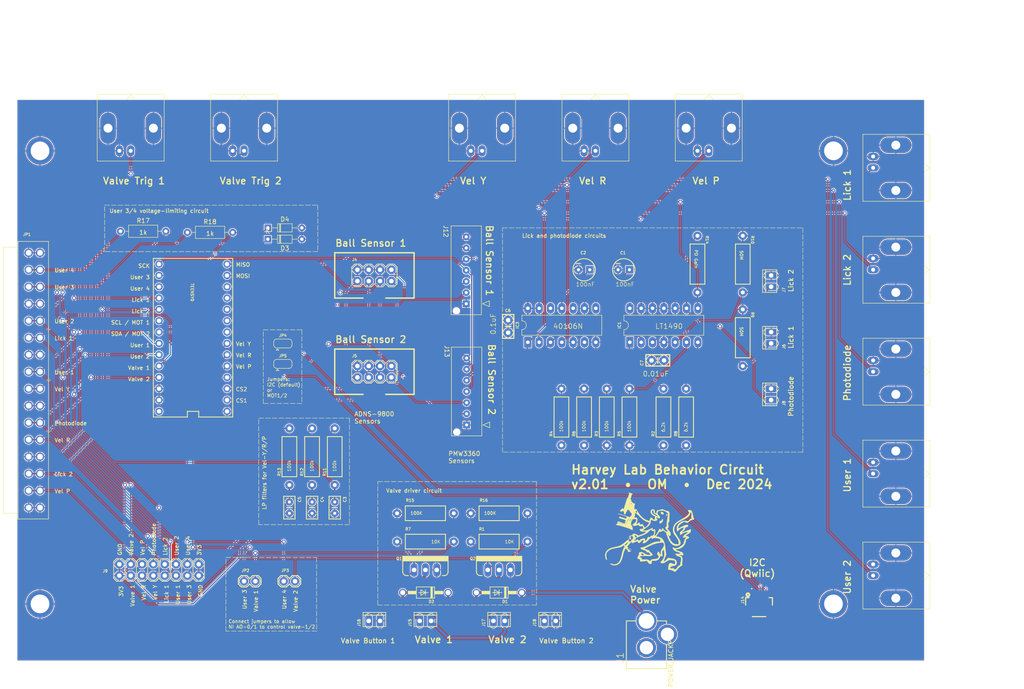
<source format=kicad_pcb>
(kicad_pcb (version 20240108) (generator "pcbnew") (generator_version "8.0")
  (layers (0 "F.Cu" signal) (31 "B.Cu" signal) (34 "B.Paste" user) (35 "F.Paste" user) (36 "B.SilkS" user "B.Silkscreen") (37 "F.SilkS" user "F.Silkscreen") (38 "B.Mask" user) (39 "F.Mask" user) (44 "Edge.Cuts" user))
  (net 0 "")
  (net 1 "GND")
  (net 2 "Net-(C1-+)")
  (net 3 "/VEL_Y")
  (net 4 "/VEL_R")
  (net 5 "/VEL_P")
  (net 6 "+3.3V")
  (net 7 "Net-(Q2-D)")
  (net 8 "V_Sol")
  (net 9 "Net-(Q1-D)")
  (net 10 "/USER_4")
  (net 11 "/SCK")
  (net 12 "/MOSI")
  (net 13 "/MOT1")
  (net 14 "/MISO")
  (net 15 "/CS1")
  (net 16 "/MOT2")
  (net 17 "/CS2")
  (net 18 "/LICK_1_IN")
  (net 19 "/LICK_2_IN")
  (net 20 "Net-(IC1C--IN)")
  (net 21 "/LICK_1")
  (net 22 "/VALVE_2_TRIG")
  (net 23 "/PHOTODIODE")
  (net 24 "/VALVE_1_TRIG")
  (net 25 "/USER_2")
  (net 26 "/USER_3")
  (net 27 "/USER_1")
  (net 28 "/LICK_2")
  (net 29 "/SDA")
  (net 30 "/SCL")
  (net 31 "Net-(Q1-G)")
  (net 32 "Net-(Q2-G)")
  (net 33 "/USER_4_IN")
  (net 34 "/USER_3_IN")
  (net 35 "/SDA-D18")
  (net 36 "/SCL-D19")
  (net 37 "Net-(IC1A-OUT)")
  (net 38 "Net-(IC1A--IN)")
  (net 39 "Net-(IC1B--IN)")
  (net 40 "Net-(IC1B-OUT)")
  (net 41 "Net-(R11-2)")
  (net 42 "Net-(R12-2)")
  (net 43 "Net-(R13-2)")
  (net 51 "Net-(IC3A-I)")
  (footprint "Jumper:SolderJumper-3_P1.3mm_Bridged12_RoundedPad1.0x1.5mm" (layer "F.Cu") (at 87.1809 91.9734)
    (property "Reference" "JP4")
    (property "Value" "SolderJumper_3_Bridged12" (hide yes))
  )
  (footprint "HarveyBehaviorPCB_v2:TO220V" (layer "F.Cu") (at 135.636 142.748)
    (property "Reference" "Q2")
    (property "Value" "N-FET" (hide yes))
  )
  (footprint "Connector_Coaxial:BNC_Amphenol_B6252HB-NPP3G-50_Horizontal" (layer "F.Cu") (at 219.456 144.018 -90)
    (property "Reference" "U$10" (hide yes))
    (property "Value" "BNCPTH" (hide yes))
  )
  (footprint "HarveyBehaviorPCB_v2:2X4" (layer "F.Cu") (at 107.696 76.708)
    (property "Reference" "J4")
    (property "Value" "BALL_1" (hide yes))
  )
  (footprint "HarveyBehaviorPCB_v2:CPOL-RADIAL-10UF-25V" (layer "F.Cu") (at 154.686 75.438)
    (property "Reference" "C2")
    (property "Value" "C_Polarized_US" (hide yes))
  )
  (footprint "HarveyBehaviorPCB_v2:AXIAL-0.5" (layer "F.Cu") (at 190.246 90.678 -90)
    (property "Reference" "R9")
    (property "Value" "50M")
  )
  (footprint "HarveyBehaviorPCB_v2:2X8" (layer "F.Cu") (at 50.546 144.018)
    (property "Reference" "J9")
    (property "Value" "M08X2" (hide yes))
  )
  (footprint "HarveyBehaviorPCB_v2:1X02" (layer "F.Cu") (at 87.376 145.288)
    (property "Reference" "JP3")
    (property "Value" "JUMPER-2PTH" (hide yes))
  )
  (footprint "HarveyBehaviorPCB_v2:SMTSO-256-ET-0.165DIA" (layer "F.Cu") (at 210.566 150.368)
    (property "Reference" "J11" (hide yes))
    (property "Value" "M01SMTSO-256-ET-0.165DIA" (hide yes))
  )
  (footprint "HarveyBehaviorPCB_v2:SMTSO-256-ET-0.165DIA" (layer "F.Cu") (at 32.766 150.368)
    (property "Reference" "J2" (hide yes))
    (property "Value" "M01SMTSO-256-ET-0.165DIA" (hide yes))
  )
  (footprint "HarveyBehaviorPCB_v2:DO41-10" (layer "F.Cu") (at 135.636 147.828 180)
    (property "Reference" "D1")
    (property "Value" "1N4148" (hide yes))
  )
  (footprint "Connector_Coaxial:BNC_Amphenol_B6252HB-NPP3G-50_Horizontal" (layer "F.Cu") (at 157.226 48.768)
    (property "Reference" "U$4" (hide yes))
    (property "Value" "BNCPTH" (hide yes))
  )
  (footprint "HarveyBehaviorPCB_v2:AXIAL-0.5" (layer "F.Cu") (at 88.646 117.348 90)
    (property "Reference" "R13")
    (property "Value" "100k")
  )
  (footprint "HarveyBehaviorPCB_v2:10X02MTA" (layer "F.Cu") (at 147.066 154.178)
    (property "Reference" "J18")
    (property "Value" "Valve 2 Switch" (hide yes))
  )
  (footprint "HarveyBehaviorPCB_v2:TO220V" (layer "F.Cu") (at 119.126 142.748)
    (property "Reference" "Q1")
    (property "Value" "N-FET" (hide yes))
  )
  (footprint "Diode_THT:D_DO-34_SOD68_P7.62mm_Horizontal" (layer "F.Cu") (at 83.815 68.58)
    (property "Reference" "D3")
    (property "Value" "Vz=3V3" (hide yes))
  )
  (footprint "Package_DIP:DIP-14_W7.62mm_LongPads" (layer "F.Cu") (at 164.9349 91.693393 90)
    (property "Reference" "IC1")
    (property "Value" "LT1490A")
  )
  (footprint "HarveyBehaviorPCB_v2:AXIAL-0.5" (layer "F.Cu") (at 93.726 117.348 90)
    (property "Reference" "R12")
    (property "Value" "100k")
  )
  (footprint "HarveyBehaviorPCB_v2:AXIAL-0.5" (layer "F.Cu") (at 98.806 117.348 90)
    (property "Reference" "R11")
    (property "Value" "100k")
  )
  (footprint "HarveyBehaviorPCB_v2:10X02MTA" (layer "F.Cu") (at 119.126 154.178)
    (property "Reference" "J15")
    (property "Value" "Valve 1" (hide yes))
  )
  (footprint "HarveyBehaviorPCB_v2:10X02MTA" (layer "F.Cu") (at 196.596 103.378 90)
    (property "Reference" "J8")
    (property "Value" "Photodiode" (hide yes))
  )
  (footprint "Diode_THT:D_DO-34_SOD68_P7.62mm_Horizontal" (layer "F.Cu") (at 83.815 66.04)
    (property "Reference" "D4")
    (property "Value" "Vz=3V3" (hide yes))
  )
  (footprint "HarveyBehaviorPCB_v2:10X02MTA" (layer "F.Cu") (at 107.696 154.178)
    (property "Reference" "J16")
    (property "Value" "Valve 1 Switch" (hide yes))
  )
  (footprint "SparkFun-Connectors:POWER_JACK_PTH" (layer "F.Cu") (at 168.656 166.878)
    (property "Reference" "J1")
    (property "Value" "POWER_JACKPTH")
  )
  (footprint "HarveyBehaviorPCB_v2:AXIAL-0.5" (layer "F.Cu") (at 149.606 108.458 90)
    (property "Reference" "R4")
    (property "Value" "100k")
  )
  (footprint "Resistor_THT:R_Axial_DIN0207_L6.3mm_D2.5mm_P10.16mm_Horizontal" (layer "F.Cu") (at 50.8 66.802)
    (property "Reference" "R17")
    (property "Value" "1k")
  )
  (footprint "HarveyBehaviorPCB_v2:AXIAL-0.5" (layer "F.Cu") (at 180.086 74.168 -90)
    (property "Reference" "R14")
    (property "Value" "PD Gain")
  )
  (footprint "HarveyBehaviorPCB_v2:CAP-PTH-SMALL2" (layer "F.Cu") (at 88.646 127.508 -90)
    (property "Reference" "C5")
    (property "Value" "0.22uF")
  )
  (footprint "HarveyBehaviorPCB_v2:AXIAL-0.5" (layer "F.Cu") (at 172.466 108.458 90)
    (property "Reference" "R2")
    (property "Value" "6.2k")
  )
  (footprint "HarveyBehaviorPCB_v2:CAP-PTH-SMALL-KIT" (layer "F.Cu") (at 171.196 95.758)
    (property "Reference" "C7" (hide yes))
    (property "Value" "0.01uF" (hide yes))
  )
  (footprint "HarveyBehaviorPCB_v2:2X4" (layer "F.Cu") (at 107.696 98.298)
    (property "Reference" "J5")
    (property "Value" "BALL_2" (hide yes))
  )
  (footprint "HarveyBehaviorPCB_v2:CAP-PTH-SMALL2" (layer "F.Cu") (at 93.726 127.508 -90)
    (property "Reference" "C4")
    (property "Value" "0.22uF")
  )
  (footprint "Connector_Coaxial:BNC_Amphenol_B6252HB-NPP3G-50_Horizontal" (layer "F.Cu") (at 78.486 48.768)
    (property "Reference" "U$2" (hide yes))
    (property "Value" "BNCPTH" (hide yes))
  )
  (footprint "Jumper:SolderJumper-3_P1.3mm_Bridged12_RoundedPad1.0x1.5mm" (layer "F.Cu") (at 87.1809 96.5454)
    (property "Reference" "JP5")
    (property "Value" "SolderJumper_3_Bridged12" (hide yes))
  )
  (footprint "HarveyBehaviorPCB_v2:AXIAL-0.5" (layer "F.Cu") (at 135.636 136.398 180)
    (property "Reference" "R1")
    (property "Value" "10K")
  )
  (footprint "HarveyBehaviorPCB_v2:AXIAL-0.5" (layer "F.Cu") (at 135.636 130.048)
    (property "Reference" "R16")
    (property "Value" "100K")
  )
  (footprint "HarveyBehaviorPCB_v2:AXIAL-0.5" (layer "F.Cu") (at 119.126 130.048)
    (property "Reference" "R15")
    (property "Value" "100K")
  )
  (footprint "HarveyBehaviorPCB_v2:AXIAL-0.5" (layer "F.Cu") (at 164.846 108.458 90)
    (property "Reference" "R5")
    (property "Value" "100k")
  )
  (footprint "HarveyBehaviorPCB_v2:AXIAL-0.5" (layer "F.Cu") (at 154.686 108.458 90)
    (property "Reference" "R6")
    (property "Value" "100k")
  )
  (footprint "HarveyBehaviorPCB_v2:10X02MTA" (layer "F.Cu") (at 135.636 154.178)
    (property "Reference" "J17")
    (property "Value" "Valve 2" (hide yes))
  )
  (footprint "Connector_Coaxial:BNC_Amphenol_B6252HB-NPP3G-50_Horizontal" (layer "F.Cu") (at 53.086 48.768)
    (property "Reference" "U$1" (hide yes))
    (property "Value" "BNCPTH" (hide yes))
  )
  (footprint "HarveyBehaviorPCB_v2:1X16_TERM_BLOCK_0.15_" (layer "F.Cu") (at 32.766 71.628 -90)
    (property "Reference" "JP1")
    (property "Value" "M16")
  )
  (footprint "Connector_Coaxial:BNC_Amphenol_B6252HB-NPP3G-50_Horizontal" (layer "F.Cu") (at 219.456 75.438 -90)
    (property "Reference" "U$7" (hide yes))
    (property "Value" "BNCPTH" (hide yes))
  )
  (footprint "footprints:CON_535170730_MOL" (layer "F.Cu") (at 128.3589 110.236 -90)
    (property "Reference" "J13")
    (property "Value" "Conn_01x07" (hide yes))
  )
  (footprint "HarveyBehaviorPCB_v2:CAP-PTH-SMALL2" (layer "F.Cu") (at 98.806 127.508 -90)
    (property "Reference" "C3")
    (property "Value" "0.22uF")
  )
  (footprint "Connector_Coaxial:BNC_Amphenol_B6252HB-NPP3G-50_Horizontal" (layer "F.Cu") (at 182.626 48.768)
    (property "Reference" "U$3" (hide yes))
    (property "Value" "BNCPTH" (hide yes))
  )
  (footprint "footprints:CON_535170730_MOL" (layer "F.Cu") (at 128.27 83.058 -90)
    (property "Reference" "J12")
    (property "Value" "Conn_01x07" (hide yes))
  )
  (footprint "HarveyBehaviorPCB_v2:10X02MTA" (layer "F.Cu") (at 196.596 77.978 90)
    (property "Reference" "J7")
    (property "Value" "MTA02-100" (hide yes))
  )
  (footprint "HarveyBehaviorPCB_v2:AXIAL-0.5" (layer "F.Cu") (at 177.546 108.458 90)
    (property "Reference" "R8")
    (property "Value" "6.2k")
  )
  (footprint "HarveyBehaviorPCB_v2:10X02MTA" (layer "F.Cu") (at 196.596 90.678 90)
    (property "Reference" "J6")
    (property "Value" "MTA02-100" (hide yes))
  )
  (footprint "HarveyBehaviorPCB_v2:SMTSO-256-ET-0.165DIA" (layer "F.Cu") (at 210.566 48.768)
    (property "Reference" "J10" (hide yes))
    (property "Value" "M01SMTSO-256-ET-0.165DIA" (hide yes))
  )
  (footprint "HarveyBehaviorPCB_v2:CPOL-RADIAL-10UF-25V" (layer "F.Cu") (at 163.576 75.438)
    (property "Reference" "C1")
    (property "Value" "100nF" (hide yes))
  )
  (footprint "HarveyBehaviorPCB_v2:SMTSO-256-ET-0.165DIA" (layer "F.Cu") (at 32.766 48.768)
    (property "Reference" "J3" (hide yes))
    (property "Value" "M01SMTSO-256-ET-0.165DIA" (hide yes))
  )
  (footprint "Connector_Coaxial:BNC_Amphenol_B6252HB-NPP3G-50_Horizontal" (layer "F.Cu") (at 219.456 98.298 -90)
    (property "Reference" "U$8" (hide yes))
    (property "Value" "BNCPTH" (hide yes))
  )
  (footprint "Package_DIP:DIP-14_W7.62mm_LongPads" (layer "F.Cu") (at 142.0749 91.693393 90)
    (property "Reference" "IC3")
    (property "Value" "40106N")
  )
  (footprint "HarveyBehaviorPCB_v2:AXIAL-0.5" (layer "F.Cu") (at 159.766 108.458 90)
    (property "Reference" "R3")
    (property "Value" "100k")
  )
  (footprint "HarveyBehaviorPCB_v2:1X02" (layer "F.Cu") (at 78.486 145.288)
    (property "Reference" "JP2")
    (property "Value" "JUMPER-2PTH" (hide yes))
  )
  (footprint "HarveyBehaviorPCB_v2:DO41-10" (layer "F.Cu") (at 119.126 147.828 180)
    (property "Reference" "D2")
    (property "Value" "1N4148" (hide yes))
  )
  (footprint "HarveyBehaviorPCB_v2:AXIAL-0.5" (layer "F.Cu") (at 190.246 74.168 -90)
    (property "Reference" "R10")
    (property "Value" "50M")
  )
  (footprint "HarveyBehaviorPCB_v2:CAP-PTH-SMALL-KIT" (layer "F.Cu") (at 137.668 88.138 -90)
    (property "Reference" "C6" (hide yes))
    (property "Value" "0.1uF" (hide yes))
  )
  (footprint "Connector_Coaxial:BNC_Amphenol_B6252HB-NPP3G-50_Horizontal" (layer "F.Cu") (at 219.456 121.158 -90)
    (property "Reference" "U$9" (hide yes))
    (property "Value" "BNCPTH" (hide yes))
  )
  (footprint "HarveyBehaviorPCB_v2:AXIAL-0.5" (layer "F.Cu") (at 119.126 136.398 180)
    (property "Reference" "R7")
    (property "Value" "10K")
  )
  (footprint "Connector_Coaxial:BNC_Amphenol_B6252HB-NPP3G-50_Horizontal" (layer "F.Cu") (at 131.826 48.768)
    (property "Reference" "U$5" (hide yes))
    (property "Value" "BNCPTH" (hide yes))
  )
  (footprint "Resistor_THT:R_Axial_DIN0207_L6.3mm_D2.5mm_P10.16mm_Horizontal" (layer "F.Cu") (at 65.786 67.056)
    (property "Reference" "R18")
    (property "Value" "1k")
  )
  (footprint "RIC Global Footprints:RIC_Logo_20mm" (layer "F.Cu") (at 169.3799 134.2644)
    (property "Reference" "G***" (hide yes))
    (property "Value" "LOGO" (hide yes))
  )
  (footprint "Connector_Coaxial:BNC_Amphenol_B6252HB-NPP3G-50_Horizontal" (layer "F.Cu") (at 219.456 52.578 -90)
    (property "Reference" "U$6" (hide yes))
    (property "Value" "BNCPTH" (hide yes))
  )
  (footprint "SparkFun-Connectors:1X04_1MM_RA" (layer "F.Cu") (at 193.8909 148.621115)
    (property "Reference" "J14")
    (property "Value" "I2C_STANDARDQWIIC" (hide yes))
  )
  (footprint "HarveyBehaviorPCB_v2:TEENSY_3.0-3.2&LC_DIL" (layer "F.Cu") (at 67.056 90.678 180)
    (property "Reference" "TEENSY0")
    (property "Value" "TEENSY_3.1-3.2-4.0" (hide yes))
  )
  (gr_rect (start 136.398 66.04) (end 203.708 116.332) (stroke (width 0.1) (type dash)) (fill none) (layer "F.SilkS"))
  (gr_line (start 98.806 81.788) (end 105.156 81.788) (stroke (width 0.3048)) (layer "F.SilkS"))
  (gr_rect (start 82.804 88.9) (end 91.44 105.41) (stroke (width 0.1) (type dash)) (fill none) (layer "F.SilkS"))
  (gr_line (start 116.586 81.788) (end 110.236 81.788) (stroke (width 0.3048)) (layer "F.SilkS"))
  (gr_line (start 116.586 103.378) (end 110.236 103.378) (stroke (width 0.3048)) (layer "F.SilkS"))
  (gr_rect (start 47.244 60.96) (end 94.996 71.374) (stroke (width 0.1) (type dash)) (fill none) (layer "F.SilkS"))
  (gr_line (start 98.806 93.218) (end 116.586 93.218) (stroke (width 0.3048)) (layer "F.SilkS"))
  (gr_line (start 98.806 103.378) (end 105.156 103.378) (stroke (width 0.3048)) (layer "F.SilkS"))
  (gr_rect (start 81.788 108.712) (end 102.108 132.588) (stroke (width 0.1) (type dash)) (fill none) (layer "F.SilkS"))
  (gr_line (start 116.586 71.628) (end 116.586 81.788) (stroke (width 0.3048)) (layer "F.SilkS"))
  (gr_rect (start 108.458 122.936) (end 144.018 150.622) (stroke (width 0.1) (type dash)) (fill none) (layer "F.SilkS"))
  (gr_rect (start 74.422 139.954) (end 94.742 156.464) (stroke (width 0.1) (type dash)) (fill none) (layer "F.SilkS"))
  (gr_line (start 116.586 93.218) (end 116.586 103.378) (stroke (width 0.3048)) (layer "F.SilkS"))
  (gr_line (start 98.806 71.628) (end 116.586 71.628) (stroke (width 0.3048)) (layer "F.SilkS"))
  (gr_line (start 98.806 71.628) (end 98.806 81.788) (stroke (width 0.3048)) (layer "F.SilkS"))
  (gr_line (start 98.806 93.218) (end 98.806 103.378) (stroke (width 0.3048)) (layer "F.SilkS"))
  (gr_line (start 27.686 37.338) (end 27.686 163.068) (stroke (width 0.05)) (layer "Edge.Cuts"))
  (gr_line (start 230.886 163.068) (end 230.886 37.338) (stroke (width 0.05)) (layer "Edge.Cuts"))
  (gr_line (start 230.886 37.338) (end 27.686 37.338) (stroke (width 0.05)) (layer "Edge.Cuts"))
  (gr_line (start 27.686 163.068) (end 230.886 163.068) (stroke (width 0.05)) (layer "Edge.Cuts"))
  (gr_text "Lick 2" (at 53.216386 85.238336 0) (layer "F.SilkS") (effects (font (size 0.8636 0.8636) (thickness 0.1524)) (justify left bottom)))
  (gr_text "Valve\nPower" (at 164.846 150.368 0) (layer "F.SilkS") (effects (font (size 1.5113 1.5113) (thickness 0.2667)) (justify left bottom)))
  (gr_text "Valve 1" (at 53.996336 151.06009 90) (layer "F.SilkS") (effects (font (size 0.8636 0.8636) (thickness 0.1524)) (justify left bottom)))
  (gr_text "User 4" (at 66.421 139.573 90) (layer "F.SilkS") (effects (font (size 0.8636 0.8636) (thickness 0.1524)) (justify left bottom)))
  (gr_text "User 1" (at 35.941 98.933 0) (layer "F.SilkS") (effects (font (size 0.8636 0.8636) (thickness 0.1524)) (justify left bottom)))
  (gr_text "Ball Sensor 2" (at 98.806 91.948 0) (layer "F.SilkS") (effects (font (size 1.5113 1.5113) (thickness 0.2667)) (justify left bottom)))
  (gr_text "Vel Y" (at 76.581 92.583 0) (layer "F.SilkS") (effects (font (size 0.8636 0.8636) (thickness 0.1524)) (justify left bottom)))
  (gr_text "Lick 1" (at 53.216386 82.698336 0) (layer "F.SilkS") (effects (font (size 0.8636 0.8636) (thickness 0.1524)) (justify left bottom)))
  (gr_text "Connect jumpers to allow \nNI AO-0/1 to control valve-1/2" (at 74.93 155.956 0) (layer "F.SilkS") (effects (font (size 0.762 0.762) (thickness 0.127) (bold yes)) (justify left bottom)))
  (gr_text "User 4" (at 52.887395 80.158336 0) (layer "F.SilkS") (effects (font (size 0.8636 0.8636) (thickness 0.1524)) (justify left bottom)))
  (gr_text "Lick and photodiode circuits" (at 140.716 68.326 0) (layer "F.SilkS") (effects (font (size 0.8636 0.8636) (thickness 0.1524)) (justify left bottom)))
  (gr_text "3V3" (at 68.961 139.573 90) (layer "F.SilkS") (effects (font (size 0.8636 0.8636) (thickness 0.1524)) (justify left bottom)))
  (gr_text "Valve 1" (at 81.661 152.273 90) (layer "F.SilkS") (effects (font (size 0.8636 0.8636) (thickness 0.1524)) (justify left bottom)))
  (gr_text "User 1" (at 52.887395 92.858336 0) (layer "F.SilkS") (effects (font (size 0.8636 0.8636) (thickness 0.1524)) (justify left bottom)))
  (gr_text "Vel Y" (at 126.746 56.388 0) (layer "F.SilkS") (effects (font (size 1.5113 1.5113) (thickness 0.2667)) (justify left bottom)))
  (gr_text "User 3" (at 52.887395 77.618336 0) (layer "F.SilkS") (effects (font (size 0.8636 0.8636) (thickness 0.1524)) (justify left bottom)))
  (gr_text "Valve 2" (at 133.096 159.258 0) (layer "F.SilkS") (effects (font (size 1.5113 1.5113) (thickness 0.2667)) (justify left bottom)))
  (gr_text "User 2" (at 35.941 87.503 0) (layer "F.SilkS") (effects (font (size 0.8636 0.8636) (thickness 0.1524)) (justify left bottom)))
  (gr_text "Lick 1" (at 201.676 93.218 90) (layer "F.SilkS") (effects (font (size 1.0795 1.0795) (thickness 0.1905)) (justify left bottom)))
  (gr_text "Valve 1" (at 52.39391 97.938336 0) (layer "F.SilkS") (effects (font (size 0.8636 0.8636) (thickness 0.1524)) (justify left bottom)))
  (gr_text "Vel P" (at 56.261 139.573 90) (layer "F.SilkS") (effects (font (size 0.8636 0.8636) (thickness 0.1524)) (justify left bottom)))
  (gr_text "3V3" (at 51.456336 148.839404 90) (layer "F.SilkS") (effects (font (size 0.8636 0.8636) (thickness 0.1524)) (justify left bottom)))
  (gr_text "Ball Sensor 1" (at 132.588 65.278 -90) (layer "F.SilkS") (effects (font (size 1.5113 1.5113) (thickness 0.2667)) (justify left bottom)))
  (gr_text "Lick 1" (at 214.540338 60.128573 90) (layer "F.SilkS") (effects (font (size 1.5113 1.5113) (thickness 0.2667)) (justify left bottom)))
  (gr_text "Lick 2" (at 35.941 121.793 0) (layer "F.SilkS") (effects (font (size 0.8636 0.8636) (thickness 0.1524)) (justify left bottom)))
  (gr_text "User 4" (at 88.011 151.638 90) (layer "F.SilkS") (effects (font (size 0.8636 0.8636) (thickness 0.1524)) (justify left bottom)))
  (gr_text "PMW3360\nSensors" (at 124.206 118.872 0) (layer "F.SilkS") (effects (font (size 1 1)) (justify left bottom)))
  (gr_text "LT1490" (at 170.561 88.773 0) (layer "F.SilkS") (effects (font (size 1.143 1.143) (thickness 0.127)) (justify left bottom)))
  (gr_text "User 3" (at 79.121 151.638 90) (layer "F.SilkS") (effects (font (size 0.8636 0.8636) (thickness 0.1524)) (justify left bottom)))
  (gr_text "Ball Sensor 1" (at 98.806 70.358 0) (layer "F.SilkS") (effects (font (size 1.5113 1.5113) (thickness 0.2667)) (justify left bottom)))
  (gr_text "Valve Button 1" (at 100.076 159.258 0) (layer "F.SilkS") (effects (font (size 1.0795 1.0795) (thickness 0.1905)) (justify left bottom)))
  (gr_text "Valve driver circuit" (at 110.236 125.476 0) (layer "F.SilkS") (effects (font (size 0.8636 0.8636) (thickness 0.1524)) (justify left bottom)))
  (gr_text "User 3/4 voltage-limiting circuit" (at 48.26 62.738 0) (layer "F.SilkS") (effects (font (size 0.8636 0.8636) (thickness 0.1524)) (justify left bottom)))
  (gr_text "MISO" (at 76.581 74.803 0) (layer "F.SilkS") (effects (font (size 0.8636 0.8636) (thickness 0.1524)) (justify left bottom)))
  (gr_text "Lick 1" (at 61.616336 150.237614 90) (layer "F.SilkS") (effects (font (size 0.8636 0.8636) (thickness 0.1524)) (justify left bottom)))
  (gr_text "Vel R" (at 35.941 114.173 0) (layer "F.SilkS") (effects (font (size 0.8636 0.8636) (thickness 0.1524)) (justify left bottom)))
  (gr_text "Valve 2" (at 90.551 152.273 90) (layer "F.SilkS") (effects (font (size 0.8636 0.8636) (thickness 0.1524)) (justify left bottom)))
  (gr_text "Photodiode" (at 201.676 108.458 90) (layer "F.SilkS") (effects (font (size 1.0795 1.0795) (thickness 0.1905)) (justify left bottom)))
  (gr_text "User 2" (at 52.887395 95.398336 0) (layer "F.SilkS") (effects (font (size 0.8636 0.8636) (thickness 0.1524)) (justify left bottom)))
  (gr_text "Lick 2" (at 201.676 80.518 90) (layer "F.SilkS") (effects (font (size 1.0795 1.0795) (thickness 0.1905)) (justify left bottom)))
  (gr_text "LP filters for Vel-Y/R/P" (at 83.566 129.286 90) (layer "F.SilkS") (effects (font (size 0.8636 0.8636) (thickness 0.1524)) (justify left bottom)))
  (gr_text "Photodiode" (at 214.540338 105.040009 90) (layer "F.SilkS") (effects (font (size 1.5113 1.5113) (thickness 0.2667)) (justify left bottom)))
  (gr_text "100nF" (at 152.781 79.248 0) (layer "F.SilkS") (effects (font (size 0.9144 0.9144) (thickness 0.1016)) (justify left bottom)))
  (gr_text "CS2" (at 76.581 102.743 0) (layer "F.SilkS") (effects (font (size 0.8636 0.8636) (thickness 0.127)) (justify left bottom)))
  (gr_text "0.1uF" (at 135.001 90.043 90) (layer "F.SilkS") (effects (font (size 1.143 1.143) (thickness 0.127)) (justify left bottom)))
  (gr_text "Harvey Lab Behavior Circuit\nv2.01  •  OM  •  Dec 2024" (at 151.5999 124.7394 0) (layer "F.SilkS") (effects (font (size 2.032 2.032) (thickness 0.381)) (justify left bottom)))
  (gr_text "Valve 2" (at 52.39391 100.478336 0) (layer "F.SilkS") (effects (font (size 0.8636 0.8636) (thickness 0.1524)) (justify left bottom)))
  (gr_text "User 1" (at 214.540338 125.474307 90) (layer "F.SilkS") (effects (font (size 1.5113 1.5113) (thickness 0.2667)) (justify left bottom)))
  (gr_text "Valve 2" (at 53.721 139.573 90) (layer "F.SilkS") (effects (font (size 0.8636 0.8636) (thickness 0.1524)) (justify left bottom)))
  (gr_text "GND" (at 51.181 139.573 90) (layer "F.SilkS") (effects (font (size 0.8636 0.8636) (thickness 0.1524)) (justify left bottom)))
  (gr_text "40106N" (at 147.701 88.773 0) (layer "F.SilkS") (effects (font (size 1.143 1.143) (thickness 0.127)) (justify left bottom)))
  (gr_text "Lick 1" (at 35.941 91.313 0) (layer "F.SilkS") (effects (font (size 0.8636 0.8636) (thickness 0.1524)) (justify left bottom)))
  (gr_text "C6" (at 136.906 84.963 0) (layer "F.SilkS") (effects (font (size 0.635 0.635) (thickness 0.127)) (justify left bottom)))
  (gr_text "User 3" (at 66.696336 150.566605 90) (layer "F.SilkS") (effects (font (size 0.8636 0.8636) (thickness 0.1524)) (justify left bottom)))
  (gr_text "ADNS-9800\nSensors" (at 103.124 109.982 0) (layer "F.SilkS") (effects (font (size 1 1)) (justify left bottom)))
  (gr_text "Jumpers:\nI2C (default)\nor\nMOT1/2" (at 83.554307 104.109439 0) (layer "F.SilkS") (effects (font (size 0.762 0.762) (thickness 0.127) (bold yes)) (justify left bottom)))
  (gr_text "100nF" (at 161.671 79.248 0) (layer "F.SilkS") (effects (font (size 0.9144 0.9144) (thickness 0.1016)) (justify left bottom)))
  (gr_text "C7" (at 168.021 97.028 90) (layer "F.SilkS") (effects (font (size 0.635 0.635) (thickness 0.127) (bold yes)) (justify left bottom)))
  (gr_text "Vel R" (at 153.416 56.388 0) (layer "F.SilkS") (effects (font (size 1.5113 1.5113) (thickness 0.2667)) (justify left bottom)))
  (gr_text "SCK" (at 54.696844 75.078336 0) (layer "F.SilkS") (effects (font (size 0.8636 0.8636) (thickness 0.1524)) (justify left bottom)))
  (gr_text "Vel P" (at 35.941 125.603 0) (layer "F.SilkS") (effects (font (size 0.8636 0.8636) (thickness 0.1524)) (justify left bottom)))
  (gr_text "GND" (at 69.236336 148.839404 90) (layer "F.SilkS") (effects (font (size 0.8636 0.8636) (thickness 0.1524)) (justify left bottom)))
  (gr_text "User 1" (at 64.156336 150.566605 90) (layer "F.SilkS") (effects (font (size 0.8636 0.8636) (thickness 0.1524)) (justify left bottom)))
  (gr_text "User 2" (at 214.540338 148.334307 90) (layer "F.SilkS") (effects (font (size 1.5113 1.5113) (thickness 0.2667)) (justify left bottom)))
  (gr_text "Vel P" (at 178.816 56.388 0) (layer "F.SilkS") (effects (font (size 1.5113 1.5113) (thickness 0.2667)) (justify left bottom)))
  (gr_text "User 4" (at 35.941 76.073 0) (layer "F.SilkS") (effects (font (size 0.8636 0.8636) (thickness 0.1524)) (justify left bottom)))
  (gr_text "Photodiode" (at 35.941 110.363 0) (layer "F.SilkS") (effects (font (size 0.8636 0.8636) (thickness 0.1524)) (justify left bottom)))
  (gr_text "Vel R" (at 56.536336 149.661881 90) (layer "F.SilkS") (effects (font (size 0.8636 0.8636) (thickness 0.1524)) (justify left bottom)))
  (gr_text "Vel P" (at 76.581 97.663 0) (layer "F.SilkS") (effects (font (size 0.8636 0.8636) (thickness 0.1524)) (justify left bottom)))
  (gr_text "User 2" (at 63.881 139.573 90) (layer "F.SilkS") (effects (font (size 0.8636 0.8636) (thickness 0.1524)) (justify left bottom)))
  (gr_text "SCL / MOT 1" (at 48.6029 87.778336 0) (layer "F.SilkS") (effects (font (size 0.8636 0.8636) (thickness 0.1524)) (justify left bottom)))
  (gr_text "Valve Button 2" (at 144.526 159.258 0) (layer "F.SilkS") (effects (font (size 1.0795 1.0795) (thickness 0.1905)) (justify left bottom)))
  (gr_text "Lick 2" (at 214.540338 79.178573 90) (layer "F.SilkS") (effects (font (size 1.5113 1.5113) (thickness 0.2667)) (justify left bottom)))
  (gr_text "Ball Sensor 2" (at 133.096 91.948 -90) (layer "F.SilkS") (effects (font (size 1.5113 1.5113) (thickness 0.2667)) (justify left bottom)))
  (gr_text "Valve Trig 1" (at 46.736 56.388 0) (layer "F.SilkS") (effects (font (size 1.5113 1.5113) (thickness 0.2667)) (justify left bottom)))
  (gr_text "Vel Y" (at 59.076336 149.53851 90) (layer "F.SilkS") (effects (font (size 0.8636 0.8636) (thickness 0.1524)) (justify left bottom)))
  (gr_text "Valve Trig 2" (at 72.898 56.388 0) (layer "F.SilkS") (effects (font (size 1.5113 1.5113) (thickness 0.2667)) (justify left bottom)))
  (gr_text "I2C\n(Qwiic)" (at 193.5099 144.4244 0) (layer "F.SilkS") (effects (font (size 1.5113 1.5113) (thickness 0.2667)) (justify bottom)))
  (gr_text "Vel Y" (at 35.941 102.743 0) (layer "F.SilkS") (effects (font (size 0.8636 0.8636) (thickness 0.1524)) (justify left bottom)))
  (gr_text "0.01uF" (at 167.759744 99.44608 0) (layer "F.SilkS") (effects (font (size 1.143 1.143) (thickness 0.127)) (justify left bottom)))
  (gr_text "CS1" (at 76.581 105.283 0) (layer "F.SilkS") (effects (font (size 0.8636 0.8636) (thickness 0.127)) (justify left bottom)))
  (gr_text "Valve 1" (at 116.586 159.258 0) (layer "F.SilkS") (effects (font (size 1.5113 1.5113) (thickness 0.2667)) (justify left bottom)))
  (gr_text "User 3" (at 35.941 79.883 0) (layer "F.SilkS") (effects (font (size 0.8636 0.8636) (thickness 0.1524)) (justify left bottom)))
  (gr_text "Vel R" (at 76.581 95.123 0) (layer "F.SilkS") (effects (font (size 0.8636 0.8636) (thickness 0.1524)) (justify left bottom)))
  (gr_text "SDA / MOT 2" (at 48.6029 90.318336 0) (layer "F.SilkS") (effects (font (size 0.8636 0.8636) (thickness 0.1524)) (justify left bottom)))
  (gr_text "MOSI" (at 76.581 77.343 0) (layer "F.SilkS") (effects (font (size 0.8636 0.8636) (thickness 0.1524)) (justify left bottom)))
  (gr_text "Lick 2" (at 61.341 139.573 90) (layer "F.SilkS") (effects (font (size 0.8636 0.8636) (thickness 0.1524)) (justify left bottom)))
  (gr_text "Photodiode" (at 58.801 139.573 90) (layer "F.SilkS") (effects (font (size 0.8636 0.8636) (thickness 0.1524)) (justify left bottom)))
  (segment (start 192.3923 147.1168) (end 192.2399 146.9644) (width 0.254) (layer "F.Cu") (net 1))
  (segment (start 192.3923 148.621115) (end 192.3923 147.1168) (width 0.254) (layer "F.Cu") (net 1))
  (via (at 192.2399 146.9644) (size 0.6) (drill 0.3) (layers "F.Cu" "B.Cu") (net 1))
  (segment (start 162.306 85.598) (end 162.306 77.978) (width 0.254) (layer "F.Cu") (net 2))
  (segment (start 162.306 77.978) (end 164.846 75.438) (width 0.254) (layer "F.Cu") (net 2))
  (segment (start 145.796 117.348) (end 145.796 93.218) (width 0.254) (layer "F.Cu") (net 2))
  (segment (start 172.466 114.808) (end 168.656 118.618) (width 0.254) (layer "F.Cu") (net 2))
  (segment (start 147.066 91.948) (end 150.876 88.138) (width 0.254) (layer "F.Cu") (net 2))
  (segment (start 150.876 88.138) (end 159.766 88.138) (width 0.254) (layer "F.Cu") (net 2))
  (segment (start 147.066 118.618) (end 145.796 117.348) (width 0.254) (layer "F.Cu") (net 2))
  (segment (start 168.656 118.618) (end 147.066 118.618) (width 0.254) (layer "F.Cu") (net 2))
  (segment (start 159.766 88.138) (end 162.306 85.598) (width 0.254) (layer "F.Cu") (net 2))
  (segment (start 145.796 93.218) (end 147.066 91.948) (width 0.254) (layer "F.Cu") (net 2))
  (segment (start 98.806 123.698) (end 98.806 127.508) (width 0.3048) (layer "F.Cu") (net 3))
  (segment (start 58.166 144.018) (end 59.436 142.748) (width 0.254) (layer "F.Cu") (net 3))
  (segment (start 41.656 93.218) (end 42.926 91.948) (width 0.254) (layer "F.Cu") (net 3))
  (segment (start 30.226 102.108) (end 32.766 102.108) (width 0.3048) (layer "F.Cu") (net 3))
  (segment (start 32.766 102.108) (end 41.656 93.218) (width 0.254) (layer "F.Cu") (net 3))
  (segment (start 59.436 142.748) (end 59.436 128.778) (width 0.254) (layer "F.Cu") (net 3))
  (segment (start 42.926 91.948) (end 42.926 61.468) (width 0.3048) (layer "F.Cu") (net 3))
  (segment (start 42.926 61.468) (end 45.466 58.928) (width 0.3048) (layer "F.Cu") (net 3))
  (segment (start 45.466 58.928) (end 121.666 58.928) (width 0.3048) (layer "F.Cu") (net 3))
  (via (at 59.436 128.778) (size 0.9144) (drill 0.508) (layers "F.Cu" "B.Cu") (net 3))
  (via (at 41.656 93.218) (size 0.9144) (drill 0.508) (layers "F.Cu" "B.Cu") (net 3))
  (via (at 121.666 58.928) (size 0.8064) (drill 0.4) (layers "F.Cu" "B.Cu") (net 3))
  (segment (start 98.806 123.698) (end 93.726 118.618) (width 0.254) (layer "B.Cu") (net 3))
  (segment (start 49.276 118.618) (end 41.656 110.998) (width 0.254) (layer "B.Cu") (net 3))
  (segment (start 121.666 58.928) (end 131.826 48.768) (width 0.3048) (layer "B.Cu") (net 3))
  (segment (start 59.436 128.778) (end 49.276 118.618) (width 0.254) (layer "B.Cu") (net 3))
  (segment (start 41.656 110.998) (end 41.656 93.218) (width 0.254) (layer "B.Cu") (net 3))
  (segment (start 93.726 118.618) (end 49.276 118.618) (width 0.254) (layer "B.Cu") (net 3))
  (segment (start 45.466 100.838) (end 45.466 64.008) (width 0.3048) (layer "F.Cu") (net 4))
  (segment (start 69.85 143.256) (end 86.106 127) (width 0.254) (layer "F.Cu") (net 4))
  (segment (start 32.766 113.538) (end 45.466 100.838) (width 0.3048) (layer "F.Cu") (net 4))
  (segment (start 30.226 113.538) (end 32.766 113.538) (width 0.3048) (layer "F.Cu") (net 4))
  (segment (start 86.106 123.19) (end 88.138 121.158) (width 0.254) (layer "F.Cu") (net 4))
  (segment (start 91.186 121.158) (end 93.726 123.698) (width 0.254) (layer "F.Cu") (net 4))
  (segment (start 55.626 144.018) (end 59.436 147.828) (width 0.254) (layer "F.Cu") (net 4))
  (segment (start 59.436 147.828) (end 66.802 147.828) (width 0.254) (layer "F.Cu") (net 4))
  (segment (start 69.85 144.78) (end 69.85 143.256) (width 0.254) (layer "F.Cu") (net 4))
  (segment (start 56.896 142.748) (end 55.626 144.018) (width 0.254) (layer "F.Cu") (net 4))
  (segment (start 45.466 64.008) (end 48.006 61.468) (width 0.3048) (layer "F.Cu") (net 4))
  (segment (start 86.106 127) (end 86.106 123.19) (width 0.254) (layer "F.Cu") (net 4))
  (segment (start 88.138 121.158) (end 91.186 121.158) (width 0.254) (layer "F.Cu") (net 4))
  (segment (start 56.896 135.128) (end 56.896 142.748) (width 0.254) (layer "F.Cu") (net 4))
  (segment (start 93.726 123.698) (end 93.726 127.508) (width 0.3048) (layer "F.Cu") (net 4))
  (segment (start 48.006 61.468) (end 144.526 61.468) (width 0.3048) (layer "F.Cu") (net 4))
  (segment (start 66.802 147.828) (end 69.85 144.78) (width 0.254) (layer "F.Cu") (net 4))
  (via (at 144.526 61.468) (size 0.8064) (drill 0.4) (layers "F.Cu" "B.Cu") (net 4))
  (via (at 56.896 135.128) (size 0.9144) (drill 0.508) (layers "F.Cu" "B.Cu") (net 4))
  (segment (start 32.766 113.538) (end 35.306 113.538) (width 0.254) (layer "B.Cu") (net 4))
  (segment (start 35.306 113.538) (end 56.896 135.128) (width 0.254) (layer "B.Cu") (net 4))
  (segment (start 144.526 61.468) (end 157.226 48.768) (width 0.3048) (layer "B.Cu") (net 4))
  (segment (start 48.006 66.548) (end 50.546 64.008) (width 0.3048) (layer "F.Cu") (net 5))
  (segment (start 32.766 124.968) (end 48.006 109.728) (width 0.3048) (layer "F.Cu") (net 5))
  (segment (start 59.436 150.368) (end 54.356 145.288) (width 0.254) (layer "F.Cu") (net 5))
  (segment (start 88.646 127.508) (end 88.392 127.508) (width 0.254) (layer "F.Cu") (net 5))
  (segment (start 77.47 138.43) (end 77.47 139.954) (width 0.254) (layer "F.Cu") (net 5))
  (segment (start 77.47 139.954) (end 67.056 150.368) (width 0.254) (layer "F.Cu") (net 5))
  (segment (start 30.226 124.968) (end 32.766 124.968) (width 0.3048) (layer "F.Cu") (net 5))
  (segment (start 88.392 127.508) (end 77.47 138.43) (width 0.254) (layer "F.Cu") (net 5))
  (segment (start 88.646 123.698) (end 88.646 127.508) (width 0.3048) (layer "F.Cu") (net 5))
  (segment (start 67.056 150.368) (end 59.436 150.368) (width 0.254) (layer "F.Cu") (net 5))
  (segment (start 48.006 109.728) (end 48.006 66.548) (width 0.3048) (layer "F.Cu") (net 5))
  (segment (start 50.546 64.008) (end 167.386 64.008) (width 0.3048) (layer "F.Cu") (net 5))
  (segment (start 54.356 145.288) (end 54.356 142.748) (width 0.254) (layer "F.Cu") (net 5))
  (segment (start 54.356 142.748) (end 55.626 141.478) (width 0.254) (layer "F.Cu") (net 5))
  (via (at 167.386 64.008) (size 0.8064) (drill 0.4) (layers "F.Cu" "B.Cu") (net 5))
  (segment (start 32.766 124.968) (end 39.116 124.968) (width 0.254) (layer "B.Cu") (net 5))
  (segment (start 39.116 124.968) (end 55.626 141.478) (width 0.254) (layer "B.Cu") (net 5))
  (segment (start 167.386 64.008) (end 182.626 48.768) (width 0.3048) (layer "B.Cu") (net 5))
  (segment (start 130.556 147.828) (end 130.556 150.368) (width 0.6096) (layer "F.Cu") (net 7))
  (segment (start 132.08 147.828) (end 130.556 147.828) (width 0.6096) (layer "F.Cu") (net 7))
  (segment (start 130.556 150.368) (end 134.366 154.178) (width 0.6096) (layer "F.Cu") (net 7))
  (segment (start 135.636 142.748) (end 135.636 144.272) (width 0.6096) (layer "F.Cu") (net 7))
  (segment (start 135.636 144.272) (end 132.08 147.828) (width 0.6096) (layer "F.Cu") (net 7))
  (segment (start 140.716 147.828) (end 140.716 150.368) (width 0.6096) (layer "F.Cu") (net 8))
  (segment (start 140.716 150.368) (end 136.906 154.178) (width 0.6096) (layer "F.Cu") (net 8))
  (segment (start 124.206 147.828) (end 124.206 150.368) (width 0.6096) (layer "F.Cu") (net 8))
  (segment (start 124.206 150.368) (end 120.396 154.178) (width 0.6096) (layer "F.Cu") (net 8))
  (segment (start 136.906 156.718) (end 135.636 157.988) (width 0.6096) (layer "B.Cu") (net 8))
  (segment (start 163.306 147.828) (end 140.716 147.828) (width 0.6096) (layer "B.Cu") (net 8))
  (segment (start 124.206 157.988) (end 120.396 154.178) (width 0.6096) (layer "B.Cu") (net 8))
  (segment (start 135.636 157.988) (end 124.206 157.988) (width 0.6096) (layer "B.Cu") (net 8))
  (segment (start 168.656 153.178) (end 163.306 147.828) (width 0.6096) (layer "B.Cu") (net 8))
  (segment (start 136.906 154.178) (end 136.906 156.718) (width 0.6096) (layer "B.Cu") (net 8))
  (segment (start 114.046 147.828) (end 114.046 150.368) (width 0.6096) (layer "F.Cu") (net 9))
  (segment (start 119.126 142.748) (end 119.126 144.018) (width 0.6096) (layer "F.Cu") (net 9))
  (segment (start 115.316 147.828) (end 114.046 147.828) (width 0.6096) (layer "F.Cu") (net 9))
  (segment (start 119.126 144.018) (end 115.316 147.828) (width 0.6096) (layer "F.Cu") (net 9))
  (segment (start 114.046 150.368) (end 117.856 154.178) (width 0.6096) (layer "F.Cu") (net 9))
  (segment (start 58.166 95.758) (end 55.626 93.218) (width 0.254) (layer "F.Cu") (net 10))
  (segment (start 61.0489 67.0814) (end 63.5889 69.6214) (width 0.2) (layer "F.Cu") (net 10))
  (segment (start 65.786 100.838) (end 60.706 95.758) (width 0.254) (layer "F.Cu") (net 10))
  (segment (start 83.6499 68.6054) (end 82.6339 69.6214) (width 0.2) (layer "F.Cu") (net 10))
  (segment (start 55.626 72.5043) (end 61.0489 67.0814) (width 0.254) (layer "F.Cu") (net 10))
  (segment (start 65.786 141.478) (end 65.786 136.398) (width 0.254) (layer "F.Cu") (net 10))
  (segment (start 87.376 145.288) (end 87.376 136.398) (width 0.254) (layer "F.Cu") (net 10))
  (segment (start 60.706 95.758) (end 58.166 95.758) (width 0.254) (layer "F.Cu") (net 10))
  (segment (start 55.626 93.218) (end 55.626 80.2894) (width 0.254) (layer "F.Cu") (net 10))
  (segment (start 65.786 136.398) (end 65.786 100.838) (width 0.254) (layer "F.Cu") (net 10))
  (segment (start 59.436 79.248) (end 56.6674 79.248) (width 0.254) (layer "F.Cu") (net 10))
  (segment (start 55.626 80.2894) (end 55.626 72.5043) (width 0.254) (layer "F.Cu") (net 10))
  (segment (start 82.6339 69.6214) (end 63.5889 69.6214) (width 0.2) (layer "F.Cu") (net 10))
  (segment (start 56.6674 79.248) (end 55.626 80.2894) (width 0.254) (layer "F.Cu") (net 10))
  (via (at 87.376 136.398) (size 0.9144) (drill 0.508) (layers "F.Cu" "B.Cu") (net 10))
  (via (at 65.786 136.398) (size 0.9144) (drill 0.508) (layers "F.Cu" "B.Cu") (net 10))
  (segment (start 87.376 136.398) (end 65.786 136.398) (width 0.254) (layer "B.Cu") (net 10))
  (segment (start 105.1814 97.8154) (end 106.426 99.06) (width 0.3048) (layer "F.Cu") (net 11))
  (segment (start 105.156 96.512468) (end 105.156 97.543531) (width 0.3048) (layer "F.Cu") (net 11))
  (segment (start 106.426 77.978) (end 106.426 95.162947) (width 0.3048) (layer "F.Cu") (net 11))
  (segment (start 105.1814 96.407547) (end 105.1814 96.512469) (width 0.3048) (layer "F.Cu") (net 11))
  (segment (start 106.426 99.06) (end 106.426 99.568) (width 0.3048) (layer "F.Cu") (net 11))
  (segment (start 106.426 95.162947) (end 105.1814 96.407547) (width 0.3048) (layer "F.Cu") (net 11))
  (segment (start 105.1814 97.543532) (end 105.1814 97.8154) (width 0.3048) (layer "F.Cu") (net 11))
  (segment (start 94.996 72.898) (end 125.5395 72.898) (width 0.254) (layer "B.Cu") (net 11))
  (segment (start 94.996 72.898) (end 101.346 79.248) (width 0.254) (layer "B.Cu") (net 11))
  (segment (start 105.156 79.248) (end 106.426 77.978) (width 0.254) (layer "B.Cu") (net 11))
  (segment (start 60.706 72.898) (end 94.996 72.898) (width 0.254) (layer "B.Cu") (net 11))
  (segment (start 129.4883 101.512) (end 128.3589 102.6414) (width 0.254) (layer "B.Cu") (net 11))
  (segment (start 129.4883 76.8468) (end 129.4883 101.512) (width 0.254) (layer "B.Cu") (net 11))
  (segment (start 59.436 74.168) (end 60.706 72.898) (width 0.254) (layer "B.Cu") (net 11))
  (segment (start 101.346 79.248) (end 105.156 79.248) (width 0.254) (layer "B.Cu") (net 11))
  (segment (start 125.5395 72.898) (end 129.4883 76.8468) (width 0.254) (layer "B.Cu") (net 11))
  (segment (start 107.696 96.367369) (end 108.966 95.097369) (width 0.3048) (layer "F.Cu") (net 12))
  (segment (start 107.7214 97.543532) (end 108.966 98.788132) (width 0.254) (layer "F.Cu") (net 12))
  (segment (start 74.676 76.708) (end 96.266 76.708) (width 0.254) (layer "F.Cu") (net 12))
  (segment (start 107.696 97.518132) (end 107.696 96.367369) (width 0.3048) (layer "F.Cu") (net 12))
  (segment (start 96.266 76.708) (end 100.076 80.518) (width 0.254) (layer "F.Cu") (net 12))
  (segment (start 108.966 95.097369) (end 108.966 77.978) (width 0.3048) (layer "F.Cu") (net 12))
  (segment (start 110.236 76.708) (end 108.966 77.978) (width 0.254) (layer "F.Cu") (net 12))
  (segment (start 130.3909 72.898) (end 131.826 74.3331) (width 0.254) (layer "F.Cu") (net 12))
  (segment (start 131.826 74.3331) (end 131.826 96.6343) (width 0.254) (layer "F.Cu") (net 12))
  (segment (start 108.966 98.788132) (end 108.966 99.568) (width 0.254) (layer "F.Cu") (net 12))
  (segment (start 131.826 96.6343) (end 128.3589 100.1014) (width 0.254) (layer "F.Cu") (net 12))
  (segment (start 124.3203 76.708) (end 110.236 76.708) (width 0.254) (layer "F.Cu") (net 12))
  (segment (start 128.1049 72.9234) (end 124.3203 76.708) (width 0.254) (layer "F.Cu") (net 12))
  (segment (start 107.7214 97.543532) (end 107.696 97.518132) (width 0.3048) (layer "F.Cu") (net 12))
  (via (at 100.076 80.518) (size 0.9144) (drill 0.508) (layers "F.Cu" "B.Cu") (net 12))
  (via (at 130.3909 72.898) (size 0.6) (drill 0.3) (layers "F.Cu" "B.Cu") (net 12))
  (segment (start 130.3909 72.898) (end 130.3655 72.9234) (width 0.254) (layer "B.Cu") (net 12))
  (segment (start 106.426 80.518) (end 108.966 77.978) (width 0.254) (layer "B.Cu") (net 12))
  (segment (start 100.076 80.518) (end 106.426 80.518) (width 0.254) (layer "B.Cu") (net 12))
  (segment (start 130.3655 72.9234) (end 128.1049 72.9234) (width 0.254) (layer "B.Cu") (net 12))
  (segment (start 97.1169 83.3374) (end 99.4029 83.3374) (width 0.2) (layer "F.Cu") (net 13))
  (segment (start 88.4809 91.9734) (end 97.1169 83.3374) (width 0.2) (layer "F.Cu") (net 13))
  (via (at 99.4029 83.3374) (size 0.6) (drill 0.3) (layers "F.Cu" "B.Cu") (net 13))
  (segment (start 114.6683 82.0674) (end 114.3889 81.788) (width 0.2) (layer "B.Cu") (net 13))
  (segment (start 126.5809 82.0674) (end 114.6683 82.0674) (width 0.2) (layer "B.Cu") (net 13))
  (segment (start 114.3889 81.788) (end 114.3889 78.3209) (width 0.2) (layer "B.Cu") (net 13))
  (segment (start 113.1189 83.3374) (end 114.3889 82.0674) (width 0.2) (layer "B.Cu") (net 13))
  (segment (start 99.4029 83.3374) (end 113.1189 83.3374) (width 0.2) (layer "B.Cu") (net 13))
  (segment (start 128.1049 80.5434) (end 126.5809 82.0674) (width 0.2) (layer "B.Cu") (net 13))
  (segment (start 114.3889 78.3209) (end 111.506 75.438) (width 0.2) (layer "B.Cu") (net 13))
  (segment (start 114.3889 82.0674) (end 114.3889 81.788) (width 0.2) (layer "B.Cu") (net 13))
  (segment (start 103.8606 70.3834) (end 128.1049 70.3834) (width 0.254) (layer "F.Cu") (net 14))
  (segment (start 101.346 98.298) (end 102.616 99.568) (width 0.3048) (layer "F.Cu") (net 14))
  (segment (start 129.4883 96.432) (end 128.3589 97.5614) (width 0.254) (layer "F.Cu") (net 14))
  (segment (start 101.346 80.518) (end 101.346 98.298) (width 0.3048) (layer "F.Cu") (net 14))
  (segment (start 74.676 74.168) (end 100.076 74.168) (width 0.254) (layer "F.Cu") (net 14))
  (segment (start 100.076 74.168) (end 103.886 77.978) (width 0.254) (layer "F.Cu") (net 14))
  (segment (start 103.886 77.978) (end 101.346 80.518) (width 0.3048) (layer "F.Cu") (net 14))
  (segment (start 129.4883 71.7668) (end 129.4883 96.432) (width 0.254) (layer "F.Cu") (net 14))
  (segment (start 128.1049 70.3834) (end 129.4883 71.7668) (width 0.254) (layer "F.Cu") (net 14))
  (segment (start 100.076 74.168) (end 103.8606 70.3834) (width 0.254) (layer "F.Cu") (net 14))
  (segment (start 103.886 99.568) (end 102.616 99.568) (width 0.3048) (layer "F.Cu") (net 14))
  (segment (start 112.776 79.248) (end 111.506 77.978) (width 0.254) (layer "F.Cu") (net 15))
  (segment (start 128.1049 78.0034) (end 126.8603 79.248) (width 0.254) (layer "F.Cu") (net 15))
  (segment (start 74.676 104.648) (end 108.966 104.648) (width 0.254) (layer "F.Cu") (net 15))
  (segment (start 112.776 100.838) (end 112.776 79.248) (width 0.254) (layer "F.Cu") (net 15))
  (segment (start 108.966 104.648) (end 112.776 100.838) (width 0.254) (layer "F.Cu") (net 15))
  (segment (start 126.8603 79.248) (end 112.776 79.248) (width 0.254) (layer "F.Cu") (net 15))
  (segment (start 122.5169 107.7214) (end 128.3589 107.7214) (width 0.254) (layer "F.Cu") (net 16))
  (segment (start 114.1349 99.3394) (end 122.5169 107.7214) (width 0.254) (layer "F.Cu") (net 16))
  (segment (start 97.44075 92.04325) (end 92.9386 96.5454) (width 0.2) (layer "F.Cu") (net 16))
  (segment (start 92.9386 96.5454) (end 88.4809 96.5454) (width 0.2) (layer "F.Cu") (net 16))
  (via (at 114.1349 99.3394) (size 0.6) (drill 0.3) (layers "F.Cu" "B.Cu") (net 16))
  (via (at 97.44075 92.04325) (size 0.9144) (drill 0.508) (layers "F.Cu" "B.Cu") (net 16))
  (segment (start 97.5106 91.9734) (end 106.4514 91.9734) (width 0.254) (layer "B.Cu") (net 16))
  (segment (start 106.4514 91.9734) (end 111.506 97.028) (width 0.254) (layer "B.Cu") (net 16))
  (segment (start 97.44075 92.04325) (end 97.5106 91.9734) (width 0.254) (layer "B.Cu") (net 16))
  (segment (start 113.1824 98.7044) (end 111.506 97.028) (width 0.254) (layer "B.Cu") (net 16))
  (segment (start 113.4999 98.7044) (end 113.1824 98.7044) (width 0.254) (layer "B.Cu") (net 16))
  (segment (start 114.1349 99.3394) (end 113.4999 98.7044) (width 0.254) (layer "B.Cu") (net 16))
  (segment (start 108.966 102.108) (end 111.506 99.568) (width 0.254) (layer "F.Cu") (net 17))
  (segment (start 74.676 102.108) (end 108.966 102.108) (width 0.254) (layer "F.Cu") (net 17))
  (segment (start 111.506 99.568) (end 117.1194 105.1814) (width 0.254) (layer "B.Cu") (net 17))
  (segment (start 117.1194 105.1814) (end 128.3589 105.1814) (width 0.254) (layer "B.Cu") (net 17))
  (segment (start 172.466 89.408) (end 182.626 89.408) (width 0.254) (layer "F.Cu") (net 18))
  (segment (start 169.926 91.948) (end 172.466 89.408) (width 0.254) (layer "F.Cu") (net 18))
  (segment (start 182.626 89.408) (end 190.246 97.028) (width 0.254) (layer "F.Cu") (net 18))
  (segment (start 190.246 97.028) (end 191.516 97.028) (width 0.254) (layer "F.Cu") (net 18))
  (segment (start 191.516 97.028) (end 196.596 91.948) (width 0.254) (layer "F.Cu") (net 18))
  (segment (start 195.326 80.518) (end 196.596 79.248) (width 0.254) (layer "F.Cu") (net 19))
  (segment (start 190.246 80.518) (end 195.326 80.518) (width 0.254) (layer "F.Cu") (net 19))
  (segment (start 175.006 91.948) (end 180.086 86.868) (width 0.254) (layer "B.Cu") (net 19))
  (segment (start 180.086 86.868) (end 187.706 86.868) (width 0.254) (layer "B.Cu") (net 19))
  (segment (start 187.706 86.868) (end 190.246 80.518) (width 0.254) (layer "B.Cu") (net 19))
  (segment (start 180.086 67.818) (end 177.6349 70.2691) (width 0.254) (layer "F.Cu") (net 20))
  (segment (start 177.546 84.328) (end 181.356 88.138) (width 0.254) (layer "F.Cu") (net 20))
  (segment (start 177.6349 70.2691) (end 177.6349 84.073393) (width 0.254) (layer "F.Cu") (net 20))
  (segment (start 181.356 88.138) (end 185.166 88.138) (width 0.254) (layer "F.Cu") (net 20))
  (via (at 185.166 88.138) (size 0.9144) (drill 0.508) (layers "F.Cu" "B.Cu") (net 20))
  (segment (start 192.786 95.758) (end 192.786 102.108) (width 0.254) (layer "B.Cu") (net 20))
  (segment (start 192.786 102.108) (end 195.326 104.648) (width 0.254) (layer "B.Cu") (net 20))
  (segment (start 185.166 88.138) (end 192.786 95.758) (width 0.254) (layer "B.Cu") (net 20))
  (segment (start 195.326 104.648) (end 196.596 104.648) (width 0.254) (layer "B.Cu") (net 20))
  (segment (start 40.386 58.928) (end 40.386 81.788) (width 0.3048) (layer "F.Cu") (net 21))
  (segment (start 61.976 136.398) (end 61.976 142.748) (width 0.254) (layer "F.Cu") (net 21))
  (segment (start 219.456 52.578) (end 215.646 56.388) (width 0.3048) (layer "F.Cu") (net 21))
  (segment (start 40.386 83.058) (end 40.386 81.788) (width 0.3048) (layer "F.Cu") (net 21))
  (segment (start 40.386 58.928) (end 42.926 56.388) (width 0.3048) (layer "F.Cu") (net 21))
  (segment (start 61.976 142.748) (end 60.706 144.018) (width 0.254) (layer "F.Cu") (net 21))
  (segment (start 150.876 56.388) (end 215.646 56.388) (width 0.3048) (layer "F.Cu") (net 21))
  (segment (start 30.226 90.678) (end 32.766 90.678) (width 0.2) (layer "F.Cu") (net 21))
  (segment (start 32.766 90.678) (end 40.386 83.058) (width 0.3048) (layer "F.Cu") (net 21))
  (segment (start 42.926 56.388) (end 150.876 56.388) (width 0.3048) (layer "F.Cu") (net 21))
  (via (at 150.876 56.388) (size 0.9144) (drill 0.508) (layers "F.Cu" "B.Cu") (net 21))
  (via (at 61.976 136.398) (size 0.9144) (drill 0.508) (layers "F.Cu" "B.Cu") (net 21))
  (via (at 40.386 81.788) (size 0.9144) (drill 0.508) (layers "F.Cu" "B.Cu") (net 21))
  (segment (start 32.766 90.678) (end 36.576 94.488) (width 0.254) (layer "B.Cu") (net 21))
  (segment (start 36.576 110.998) (end 61.976 136.398) (width 0.254) (layer "B.Cu") (net 21))
  (segment (start 59.436 81.788) (end 40.386 81.788) (width 0.254) (layer "B.Cu") (net 21))
  (segment (start 36.576 94.488) (end 36.576 110.998) (width 0.254) (layer "B.Cu") (net 21))
  (segment (start 150.9649 90.423393) (end 150.9649 56.4769) (width 0.2) (layer "B.Cu") (net 21))
  (segment (start 150.9649 56.4769) (end 150.876 56.388) (width 0.2) (layer "B.Cu") (net 21))
  (segment (start 149.6949 91.693393) (end 150.9649 90.423393) (width 0.2) (layer "B.Cu") (net 21))
  (segment (start 36.576 55.118) (end 36.576 71.628) (width 0.3048) (layer "F.Cu") (net 22))
  (segment (start 39.116 52.578) (end 74.676 52.578) (width 0.3048) (layer "F.Cu") (net 22))
  (segment (start 36.576 55.118) (end 39.116 52.578) (width 0.3048) (layer "F.Cu") (net 22))
  (segment (start 44.196 99.568) (end 40.386 103.378) (width 0.254) (layer "F.Cu") (net 22))
  (segment (start 53.086 123.698) (end 53.086 141.478) (width 0.254) (layer "F.Cu") (net 22))
  (segment (start 36.576 71.628) (end 36.576 80.518) (width 0.254) (layer "F.Cu") (net 22))
  (segment (start 74.676 52.578) (end 78.486 48.768) (width 0.3048) (layer "F.Cu") (net 22))
  (segment (start 37.846 86.868) (end 40.386 89.408) (width 0.254) (layer "F.Cu") (net 22))
  (via (at 40.386 103.378) (size 0.9144) (drill 0.508) (layers "F.Cu" "B.Cu") (net 22))
  (via (at 36.576 80.518) (size 0.9144) (drill 0.508) (layers "F.Cu" "B.Cu") (net 22))
  (via (at 40.386 89.408) (size 0.9144) (drill 0.508) (layers "F.Cu" "B.Cu") (net 22))
  (via (at 53.086 123.698) (size 0.9144) (drill 0.508) (layers "F.Cu" "B.Cu") (net 22))
  (via (at 37.846 86.868) (size 0.9144) (drill 0.508) (layers "F.Cu" "B.Cu") (net 22))
  (via (at 44.196 99.568) (size 0.9144) (drill 0.508) (layers "F.Cu" "B.Cu") (net 22))
  (segment (start 51.816 142.748) (end 51.816 145.288) (width 0.254) (layer "B.Cu") (net 22))
  (segment (start 40.386 103.378) (end 40.386 110.998) (width 0.254) (layer "B.Cu") (net 22))
  (segment (start 59.436 99.568) (end 44.196 99.568) (width 0.254) (layer "B.Cu") (net 22))
  (segment (start 89.916 140.208) (end 138.176 140.208) (width 0.254) (layer "B.Cu") (net 22))
  (segment (start 36.576 85.598) (end 37.846 86.868) (width 0.254) (layer "B.Cu") (net 22))
  (segment (start 40.386 110.998) (end 53.086 123.698) (width 0.254) (layer "B.Cu") (net 22))
  (segment (start 138.176 140.208) (end 141.986 136.398) (width 0.254) (layer "B.Cu") (net 22))
  (segment (start 36.576 80.518) (end 36.576 85.598) (width 0.254) (layer "B.Cu") (net 22))
  (segment (start 89.916 145.288) (end 89.916 140.208) (width 0.254) (layer "B.Cu") (net 22))
  (segment (start 53.086 141.478) (end 51.816 142.748) (width 0.254) (layer "B.Cu") (net 22))
  (segment (start 77.216 140.208) (end 89.916 140.208) (width 0.254) (layer "B.Cu") (net 22))
  (segment (start 67.056 150.368) (end 77.216 140.208) (width 0.254) (layer "B.Cu") (net 22))
  (segment (start 40.386 89.408) (end 40.386 103.378) (width 0.254) (layer "B.Cu") (net 22))
  (segment (start 51.816 145.288) (end 56.896 150.368) (width 0.254) (layer "B.Cu") (net 22))
  (segment (start 56.896 150.368) (end 67.056 150.368) (width 0.254) (layer "B.Cu") (net 22))
  (segment (start 46.736 60.198) (end 176.276 60.198) (width 0.3048) (layer "F.Cu") (net 23))
  (segment (start 30.226 109.728) (end 32.766 109.728) (width 0.3048) (layer "F.Cu") (net 23))
  (segment (start 44.196 62.738) (end 46.736 60.198) (width 0.3048) (layer "F.Cu") (net 23))
  (segment (start 32.766 109.728) (end 44.196 98.298) (width 0.3048) (layer "F.Cu") (net 23))
  (segment (start 58.166 135.128) (end 58.166 141.478) (width 0.254) (layer "F.Cu") (net 23))
  (segment (start 44.196 98.298) (end 44.196 62.738) (width 0.3048) (layer "F.Cu") (net 23))
  (segment (start 180.086 84.328) (end 180.086 80.518) (width 0.254) (layer "F.Cu") (net 23))
  (segment (start 176.276 60.198) (end 211.836 60.198) (width 0.3048) (layer "F.Cu") (net 23))
  (via (at 176.276 60.198) (size 0.9144) (drill 0.508) (layers "F.Cu" "B.Cu") (net 23))
  (via (at 58.166 135.128) (size 0.9144) (drill 0.508) (layers "F.Cu" "B.Cu") (net 23))
  (via (at 211.836 60.198) (size 0.8064) (drill 0.4) (layers "F.Cu" "B.Cu") (net 23))
  (segment (start 176.276 71.628) (end 176.276 60.198) (width 0.254) (layer "B.Cu") (net 23))
  (segment (start 180.086 80.518) (end 180.086 75.438) (width 0.254) (layer "B.Cu") (net 23))
  (segment (start 32.766 109.728) (end 58.166 135.128) (width 0.254) (layer "B.Cu") (net 23))
  (segment (start 211.836 90.678) (end 219.456 98.298) (width 0.3048) (layer "B.Cu") (net 23))
  (segment (start 180.086 75.438) (end 176.276 71.628) (width 0.254) (layer "B.Cu") (net 23))
  (segment (start 211.836 60.198) (end 211.836 90.678) (width 0.3048) (layer "B.Cu") (net 23))
  (segment (start 40.386 53.848) (end 37.846 56.388) (width 0.254) (layer "F.Cu") (net 24))
  (segment (start 81.026 145.288) (end 81.026 138.938) (width 0.254) (layer "F.Cu") (net 24))
  (segment (start 37.846 56.388) (end 37.846 80.518) (width 0.254) (layer "F.Cu") (net 24))
  (segment (start 51.816 123.698) (end 51.816 142.748) (width 0.254) (layer "F.Cu") (net 24))
  (segment (start 53.086 53.848) (end 40.386 53.848) (width 0.254) (layer "F.Cu") (net 24))
  (segment (start 51.816 142.748) (end 53.086 144.018) (width 0.254) (layer "F.Cu") (net 24))
  (via (at 51.816 123.698) (size 0.9144) (drill 0.508) (layers "F.Cu" "B.Cu") (net 24))
  (via (at 37.846 80.518) (size 0.9144) (drill 0.508) (layers "F.Cu" "B.Cu") (net 24))
  (via (at 81.026 138.938) (size 0.9144) (drill 0.508) (layers "F.Cu" "B.Cu") (net 24))
  (via (at 53.086 53.848) (size 0.9144) (drill 0.508) (layers "F.Cu" "B.Cu") (net 24))
  (segment (start 60.706 85.598) (end 61.976 86.868) (width 0.254) (layer "B.Cu") (net 24))
  (segment (start 37.846 80.518) (end 37.846 84.328) (width 0.254) (layer "B.Cu") (net 24))
  (segment (start 77.216 138.938) (end 67.056 149.098) (width 0.254) (layer "B.Cu") (net 24))
  (segment (start 58.166 149.098) (end 53.086 144.018) (width 0.254) (layer "B.Cu") (net 24))
  (segment (start 125.476 136.398) (end 122.936 138.938) (width 0.254) (layer "B.Cu") (net 24))
  (segment (start 61.976 86.868) (end 61.976 94.488) (width 0.254) (layer "B.Cu") (net 24))
  (segment (start 61.976 94.488) (end 59.436 97.028) (width 0.254) (layer "B.Cu") (net 24))
  (segment (start 53.086 48.768) (end 53.086 53.848) (width 0.254) (layer "B.Cu") (net 24))
  (segment (start 67.056 149.098) (end 58.166 149.098) (width 0.254) (layer "B.Cu") (net 24))
  (segment (start 39.116 85.598) (end 60.706 85.598) (width 0.254) (layer "B.Cu") (net 24))
  (segment (start 39.116 110.998) (end 39.116 85.598) (width 0.254) (layer "B.Cu") (net 24))
  (segment (start 37.846 84.328) (end 39.116 85.598) (width 0.254) (layer "B.Cu") (net 24))
  (segment (start 122.936 138.938) (end 81.026 138.938) (width 0.254) (layer "B.Cu") (net 24))
  (segment (start 81.026 138.938) (end 77.216 138.938) (width 0.254) (layer "B.Cu") (net 24))
  (segment (start 51.816 123.698) (end 39.116 110.998) (width 0.254) (layer "B.Cu") (net 24))
  (segment (start 30.226 86.868) (end 32.766 86.868) (width 0.3048) (layer "F.Cu") (net 25))
  (segment (start 32.766 86.868) (end 39.116 80.518) (width 0.3048) (layer "F.Cu") (net 25))
  (segment (start 39.116 57.658) (end 41.656 55.118) (width 0.3048) (layer "F.Cu") (net 25))
  (segment (start 41.656 55.118) (end 209.296 55.118) (width 0.3048) (layer "F.Cu") (net 25))
  (segment (start 42.926 94.488) (end 37.846 99.568) (width 0.254) (layer "F.Cu") (net 25))
  (segment (start 39.116 80.518) (end 39.116 57.658) (width 0.3048) (layer "F.Cu") (net 25))
  (via (at 37.846 99.568) (size 0.9144) (drill 0.508) (layers "F.Cu" "B.Cu") (net 25))
  (via (at 42.926 94.488) (size 0.9144) (drill 0.508) (layers "F.Cu" "B.Cu") (net 25))
  (via (at 209.296 55.118) (size 0.8064) (drill 0.4) (layers "F.Cu" "B.Cu") (net 25))
  (segment (start 209.296 133.858) (end 209.296 55.118) (width 0.3048) (layer "B.Cu") (net 25))
  (segment (start 37.846 110.998) (end 63.246 136.398) (width 0.254) (layer "B.Cu") (net 25))
  (segment (start 219.456 144.018) (end 209.296 133.858) (width 0.3048) (layer "B.Cu") (net 25))
  (segment (start 63.246 136.398) (end 63.246 141.478) (width 0.254) (layer "B.Cu") (net 25))
  (segment (start 37.846 99.568) (end 37.846 110.998) (width 0.254) (layer "B.Cu") (net 25))
  (segment (start 37.846 91.948) (end 37.846 99.568) (width 0.254) (layer "B.Cu") (net 25))
  (segment (start 32.766 86.868) (end 37.846 91.948) (width 0.254) (layer "B.Cu") (net 25))
  (segment (start 59.436 94.488) (end 42.926 94.488) (width 0.254) (layer "B.Cu") (net 25))
  (segment (start 59.436 76.708) (end 61.0489 76.708) (width 0.2) (layer "F.Cu") (net 26))
  (segment (start 82.6389 67.0814) (end 83.6549 66.0654) (width 0.2) (layer "F.Cu") (net 26))
  (segment (start 65.786 144.018) (end 65.786 143.51) (width 0.254) (layer "F.Cu") (net 26))
  (segment (start 67.0052 137.668) (end 67.0052 96.9772) (width 0.254) (layer "F.Cu") (net 26))
  (segment (start 61.0489 76.708) (end 61.0489 79.7814) (width 0.2) (layer "F.Cu") (net 26))
  (segment (start 61.0489 76.708) (end 67.1703 76.708) (width 0.2) (layer "F.Cu") (net 26))
  (segment (start 65.786 143.51) (end 67.056 142.24) (width 0.254) (layer "F.Cu") (net 26))
  (segment (start 61.0489 79.7814) (end 60.2869 80.5434) (width 0.2) (layer "F.Cu") (net 26))
  (segment (start 78.486 138.938) (end 79.756 137.668) (width 0.254) (layer "F.Cu") (net 26))
  (segment (start 56.896 89.408) (end 56.896 81.6483) (width 0.254) (layer "F.Cu") (net 26))
  (segment (start 67.0052 96.9772) (end 60.706 90.678) (width 0.254) (layer "F.Cu") (net 26))
  (segment (start 67.056 137.7188) (end 67.0052 137.668) (width 0.254) (layer "F.Cu") (net 26))
  (segment (start 67.056 142.24) (end 67.056 137.7188) (width 0.254) (layer "F.Cu") (net 26))
  (segment (start 67.1703 76.708) (end 71.9709 71.9074) (width 0.2) (layer "F.Cu") (net 26))
  (segment (start 58.166 90.678) (end 56.896 89.408) (width 0.254) (layer "F.Cu") (net 26))
  (segment (start 58.0009 80.5434) (end 60.2869 80.5434) (width 0.254) (layer "F.Cu") (net 26))
  (segment (start 56.896 81.6483) (end 58.0009 80.5434) (width 0.254) (layer "F.Cu") (net 26))
  (segment (start 78.486 145.288) (end 78.486 138.938) (width 0.254) (layer "F.Cu") (net 26))
  (segment (start 60.706 90.678) (end 58.166 90.678) (width 0.254) (layer "F.Cu") (net 26))
  (segment (start 76.0349 67.0814) (end 82.6389 67.0814) (width 0.2) (layer "F.Cu") (net 26))
  (via (at 79.756 137.668) (size 0.9144) (drill 0.508) (layers "F.Cu" "B.Cu") (net 26))
  (via (at 71.9709 71.9074) (size 0.6) (drill 0.3) (layers "F.Cu" "B.Cu") (net 26))
  (via (at 67.0052 137.668) (size 0.9144) (drill 0.508) (layers "F.Cu" "B.Cu") (net 26))
  (segment (start 76.0349 67.0814) (end 71.9709 71.1454) (width 0.2) (layer "B.Cu") (net 26))
  (segment (start 71.9709 71.1454) (end 71.9709 71.9074) (width 0.2) (layer "B.Cu") (net 26))
  (segment (start 79.756 137.668) (end 67.0052 137.668) (width 0.254) (layer "B.Cu") (net 26))
  (segment (start 41.656 60.198) (end 44.196 57.658) (width 0.3048) (layer "F.Cu") (net 27))
  (segment (start 41.656 89.408) (end 41.656 60.198) (width 0.3048) (layer "F.Cu") (net 27))
  (segment (start 44.196 57.658) (end 210.566 57.658) (width 0.3048) (layer "F.Cu") (net 27))
  (segment (start 32.766 98.298) (end 41.656 89.408) (width 0.3048) (layer "F.Cu") (net 27))
  (segment (start 30.226 98.298) (end 32.766 98.298) (width 0.3048) (layer "F.Cu") (net 27))
  (via (at 210.566 57.658) (size 0.8064) (drill 0.4) (layers "F.Cu" "B.Cu") (net 27))
  (via (at 41.656 89.408) (size 0.9144) (drill 0.508) (layers "F.Cu" "B.Cu") (net 27))
  (segment (start 59.436 91.948) (end 58.166 91.948) (width 0.254) (layer "B.Cu") (net 27))
  (segment (start 32.766 98.298) (end 35.306 100.838) (width 0.254) (layer "B.Cu") (net 27))
  (segment (start 210.566 112.268) (end 219.456 121.158) (width 0.3048) (layer "B.Cu") (net 27))
  (segment (start 210.566 57.658) (end 210.566 112.268) (width 0.3048) (layer "B.Cu") (net 27))
  (segment (start 61.976 137.668) (end 61.976 142.748) (width 0.254) (layer "B.Cu") (net 27))
  (segment (start 35.306 110.998) (end 61.976 137.668) (width 0.254) (layer "B.Cu") (net 27))
  (segment (start 61.976 142.748) (end 63.246 144.018) (width 0.254) (layer "B.Cu") (net 27))
  (segment (start 55.626 89.408) (end 41.656 89.408) (width 0.254) (layer "B.Cu") (net 27))
  (segment (start 35.306 100.838) (end 35.306 110.998) (width 0.254) (layer "B.Cu") (net 27))
  (segment (start 58.166 91.948) (end 55.626 89.408) (width 0.254) (layer "B.Cu") (net 27))
  (segment (start 49.276 62.738) (end 145.796 62.738) (width 0.3048) (layer "F.Cu") (net 28))
  (segment (start 32.766 121.158) (end 46.736 107.188) (width 0.3048) (layer "F.Cu") (net 28))
  (segment (start 46.736 84.328) (end 46.736 65.278) (width 0.3048) (layer "F.Cu") (net 28))
  (segment (start 46.736 65.278) (end 49.276 62.738) (width 0.3048) (layer "F.Cu") (net 28))
  (segment (start 30.226 121.158) (end 32.766 121.158) (width 0.3048) (layer "F.Cu") (net 28))
  (segment (start 46.736 107.188) (end 46.736 84.328) (width 0.3048) (layer "F.Cu") (net 28))
  (segment (start 145.796 62.738) (end 213.106 62.738) (width 0.3048) (layer "F.Cu") (net 28))
  (via (at 213.106 62.738) (size 0.8064) (drill 0.4) (layers "F.Cu" "B.Cu") (net 28))
  (via (at 46.736 84.328) (size 0.9144) (drill 0.508) (layers "F.Cu" "B.Cu") (net 28))
  (via (at 145.796 62.738) (size 0.9144) (drill 0.508) (layers "F.Cu" "B.Cu") (net 28))
  (segment (start 144.526 91.948) (end 144.526 89.408) (width 0.254) (layer "B.Cu") (net 28))
  (segment (start 145.796 88.138) (end 145.796 62.738) (width 0.254) (layer "B.Cu") (net 28))
  (segment (start 32.766 121.158) (end 40.386 121.158) (width 0.254) (layer "B.Cu") (net 28))
  (segment (start 40.386 121.158) (end 60.706 141.478) (width 0.254) (layer "B.Cu") (net 28))
  (segment (start 213.106 62.738) (end 213.106 69.088) (width 0.3048) (layer "B.Cu") (net 28))
  (segment (start 59.436 84.328) (end 46.736 84.328) (width 0.254) (layer "B.Cu") (net 28))
  (segment (start 213.106 69.088) (end 219.456 75.438) (width 0.3048) (layer "B.Cu") (net 28))
  (segment (start 144.526 89.408) (end 145.796 88.138) (width 0.254) (layer "B.Cu") (net 28))
  (segment (start 87.4119 94.2594) (end 91.9099 94.2594) (width 0.254) (layer "F.Cu") (net 29))
  (segment (start 85.8809 92.7284) (end 87.4119 94.2594) (width 0.254) (layer "F.Cu") (net 29))
  (segment (start 194.1449 146.3294) (end 194.1449 148.377275) (width 0.254) (layer "F.Cu") (net 29))
  (segment (start 85.8809 91.9734) (end 85.8809 92.7284) (width 0.254) (layer "F.Cu") (net 29))
  (segment (start 194.1449 148.377275) (end 194.38874 148.621115) (width 0.254) (layer "F.Cu") (net 29))
  (via (at 194.1449 146.3294) (size 0.6) (drill 0.3) (layers "F.Cu" "B.Cu") (net 29))
  (via (at 91.9099 94.2594) (size 0.6) (drill 0.3) (layers "F.Cu" "B.Cu") (net 29))
  (segment (start 91.9099 94.2594) (end 121.7549 124.1044) (width 0.254) (layer "B.Cu") (net 29))
  (segment (start 121.7549 124.1044) (end 171.9199 124.1044) (width 0.254) (layer "B.Cu") (net 29))
  (segment (start 171.9199 124.1044) (end 194.1449 146.3294) (width 0.254) (layer "B.Cu") (net 29))
  (segment (start 195.4149 148.595715) (end 195.3895 148.621115) (width 0.254) (layer "F.Cu") (net 30))
  (segment (start 85.8809 96.5454) (end 85.8809 97.7554) (width 0.254) (layer "F.Cu") (net 30))
  (segment (start 85.8809 97.7554) (end 87.4649 99.3394) (width 0.254) (layer "F.Cu") (net 30))
  (segment (start 195.4149 146.9644) (end 195.4149 148.595715) (width 0.254) (layer "F.Cu") (net 30))
  (via (at 87.4649 99.3394) (size 0.6) (drill 0.3) (layers "F.Cu" "B.Cu") (net 30))
  (via (at 195.4149 146.9644) (size 0.6) (drill 0.3) (layers "F.Cu" "B.Cu") (net 30))
  (segment (start 94.4499 99.3394) (end 121.1199 126.0094) (width 0.254) (layer "B.Cu") (net 30))
  (segment (start 193.5099 146.9644) (end 195.4149 146.9644) (width 0.254) (layer "B.Cu") (net 30))
  (segment (start 172.5549 126.0094) (end 193.5099 146.9644) (width 0.254) (layer "B.Cu") (net 30))
  (segment (start 121.1199 126.0094) (end 172.5549 126.0094) (width 0.254) (layer "B.Cu") (net 30))
  (segment (start 87.4649 99.3394) (end 94.4499 99.3394) (width 0.254) (layer "B.Cu") (net 30))
  (segment (start 112.776 136.398) (end 116.586 140.208) (width 0.3048) (layer "F.Cu") (net 31))
  (segment (start 106.426 154.178) (end 106.426 152.908) (width 0.254) (layer "F.Cu") (net 31))
  (segment (start 116.586 140.208) (end 116.586 142.748) (width 0.3048) (layer "F.Cu") (net 31))
  (segment (start 125.476 131.318) (end 116.586 140.208) (width 0.254) (layer "F.Cu") (net 31))
  (segment (start 110.236 149.098) (end 116.586 142.748) (width 0.3048) (layer "F.Cu") (net 31))
  (segment (start 106.426 152.908) (end 110.236 149.098) (width 0.254) (layer "F.Cu") (net 31))
  (segment (start 125.476 130.048) (end 125.476 131.318) (width 0.254) (layer "F.Cu") (net 31))
  (segment (start 145.796 154.178) (end 143.256 151.638) (width 0.254) (layer "F.Cu") (net 32))
  (segment (start 141.986 130.048) (end 141.986 133.858) (width 0.254) (layer "F.Cu") (net 32))
  (segment (start 133.096 140.208) (end 133.096 142.748) (width 0.3048) (layer "F.Cu") (net 32))
  (segment (start 139.446 136.398) (end 139.446 140.208) (width 0.254) (layer "F.Cu") (net 32))
  (segment (start 139.446 140.208) (end 135.636 140.208) (width 0.254) (layer "F.Cu") (net 32))
  (segment (start 143.256 141.478) (end 141.986 140.208) (width 0.254) (layer "F.Cu") (net 32))
  (segment (start 141.986 133.858) (end 139.446 136.398) (width 0.254) (layer "F.Cu") (net 32))
  (segment (start 143.256 151.638) (end 143.256 141.478) (width 0.254) (layer "F.Cu") (net 32))
  (segment (start 135.636 140.208) (end 133.096 142.748) (width 0.254) (layer "F.Cu") (net 32))
  (segment (start 129.286 136.398) (end 133.096 140.208) (width 0.3048) (layer "F.Cu") (net 32))
  (segment (start 141.986 140.208) (end 139.446 140.208) (width 0.254) (layer "F.Cu") (net 32))
  (segment (start 30.226 75.438) (end 32.766 75.438) (width 0.3048) (layer "F.Cu") (net 33))
  (segment (start 42.5323 75.438) (end 50.8889 67.0814) (width 0.2) (layer "B.Cu") (net 33))
  (segment (start 32.766 75.438) (end 42.5323 75.438) (width 0.2) (layer "B.Cu") (net 33))
  (segment (start 30.226 79.248) (end 32.766 79.248) (width 0.3048) (layer "F.Cu") (net 34))
  (segment (start 32.766 79.248) (end 45.5803 79.248) (width 0.2) (layer "B.Cu") (net 34))
  (segment (start 55.2069 69.6214) (end 63.3349 69.6214) (width 0.2) (layer "B.Cu") (net 34))
  (segment (start 63.3349 69.6214) (end 65.8749 67.0814) (width 0.2) (layer "B.Cu") (net 34))
  (segment (start 45.5803 79.248) (end 55.2069 69.6214) (width 0.2) (layer "B.Cu") (net 34))
  (segment (start 59.436 86.868) (end 60.7314 88.1634) (width 0.2) (layer "F.Cu") (net 35))
  (segment (start 60.7314 88.1634) (end 85.1789 88.1634) (width 0.2) (layer "F.Cu") (net 35))
  (segment (start 86.5418 90.3843) (end 87.1809 91.0234) (width 0.2) (layer "F.Cu") (net 35))
  (segment (start 85.1789 88.1634) (end 86.5418 89.5263) (width 0.2) (layer "F.Cu") (net 35))
  (segment (start 87.1809 91.0234) (end 87.1809 91.9734) (width 0.2) (layer "F.Cu") (net 35))
  (segment (start 86.5418 89.5263) (end 86.5418 90.3843) (width 0.2) (layer "F.Cu") (net 35))
  (segment (start 87.1809 95.8169) (end 87.1809 96.5454) (width 0.2) (layer "F.Cu") (net 36))
  (segment (start 72.707903 89.408) (end 74.003303 90.7034) (width 0.2) (layer "F.Cu") (net 36))
  (segment (start 59.436 89.408) (end 72.707903 89.408) (width 0.2) (layer "F.Cu") (net 36))
  (segment (start 82.0674 90.7034) (end 87.1809 95.8169) (width 0.2) (layer "F.Cu") (net 36))
  (segment (start 74.003303 90.7034) (end 82.0674 90.7034) (width 0.2) (layer "F.Cu") (net 36))
  (segment (start 172.466 102.108) (end 164.846 94.488) (width 0.254) (layer "F.Cu") (net 37))
  (segment (start 164.846 94.488) (end 164.846 91.948) (width 0.254) (layer "F.Cu") (net 37))
  (segment (start 163.3474 89.1794) (end 165.8874 89.1794) (width 0.254) (layer "F.Cu") (net 38))
  (segment (start 159.766 102.108) (end 162.306 99.568) (width 0.254) (layer "F.Cu") (net 38))
  (segment (start 149.606 114.808) (end 159.766 104.648) (width 0.254) (layer "F.Cu") (net 38))
  (segment (start 159.766 104.648) (end 159.766 102.108) (width 0.254) (layer "F.Cu") (net 38))
  (segment (start 165.8874 89.1794) (end 167.386 90.678) (width 0.254) (layer "F.Cu") (net 38))
  (segment (start 162.306 99.568) (end 162.306 90.2208) (width 0.254) (layer "F.Cu") (net 38))
  (segment (start 162.306 90.2208) (end 163.3474 89.1794) (width 0.254) (layer "F.Cu") (net 38))
  (segment (start 167.386 90.678) (end 167.386 91.948) (width 0.254) (layer "F.Cu") (net 38))
  (segment (start 164.846 104.648) (end 164.846 102.108) (width 0.254) (layer "F.Cu") (net 39))
  (segment (start 154.686 114.808) (end 164.846 104.648) (width 0.254) (layer "F.Cu") (net 39))
  (segment (start 164.846 102.108) (end 168.656 102.108) (width 0.254) (layer "B.Cu") (net 39))
  (segment (start 177.546 93.218) (end 177.546 91.948) (width 0.254) (layer "B.Cu") (net 39))
  (segment (start 168.656 102.108) (end 177.546 93.218) (width 0.254) (layer "B.Cu") (net 39))
  (segment (start 180.086 93.218) (end 180.086 91.948) (width 0.254) (layer "F.Cu") (net 40))
  (segment (start 177.546 102.108) (end 177.546 95.758) (width 0.254) (layer "F.Cu") (net 40))
  (segment (start 177.546 95.758) (end 180.086 93.218) (width 0.254) (layer "F.Cu") (net 40))
  (segment (start 74.676 91.948) (end 69.596 97.028) (width 0.254) (layer "F.Cu") (net 41))
  (segment (start 73.406 116.078) (end 93.726 116.078) (width 0.254) (layer "F.Cu") (net 41))
  (segment (start 93.726 116.078) (end 98.806 110.998) (width 0.254) (layer "F.Cu") (net 41))
  (segment (start 69.596 112.268) (end 73.406 116.078) (width 0.254) (layer "F.Cu") (net 41))
  (segment (start 69.596 97.028) (end 69.596 112.268) (width 0.254) (layer "F.Cu") (net 41))
  (segment (start 91.186 113.538) (end 93.726 110.998) (width 0.254) (layer "F.Cu") (net 42))
  (segment (start 73.406 113.538) (end 91.186 113.538) (width 0.254) (layer "F.Cu") (net 42))
  (segment (start 74.676 94.488) (end 70.866 98.298) (width 0.254) (layer "F.Cu") (net 42))
  (segment (start 70.866 98.298) (end 70.866 110.998) (width 0.254) (layer "F.Cu") (net 42))
  (segment (start 70.866 110.998) (end 73.406 113.538) (width 0.254) (layer "F.Cu") (net 42))
  (segment (start 72.136 109.728) (end 73.406 110.998) (width 0.254) (layer "F.Cu") (net 43))
  (segment (start 72.136 99.568) (end 72.136 109.728) (width 0.254) (layer "F.Cu") (net 43))
  (segment (start 74.676 97.028) (end 72.136 99.568) (width 0.254) (layer "F.Cu") (net 43))
  (segment (start 73.406 110.998) (end 88.646 110.998) (width 0.254) (layer "F.Cu") (net 43))
  (segment (start 141.986 91.948) (end 141.986 117.348) (width 0.254) (layer "F.Cu") (net 51))
  (segment (start 144.526 119.888) (end 172.466 119.888) (width 0.254) (layer "F.Cu") (net 51))
  (segment (start 141.986 91.948) (end 148.336 85.598) (width 0.254) (layer "F.Cu") (net 51))
  (segment (start 141.986 117.348) (end 144.526 119.888) (width 0.254) (layer "F.Cu") (net 51))
  (segment (start 172.466 119.888) (end 177.546 114.808) (width 0.254) (layer "F.Cu") (net 51))
  (segment (start 148.336 83.058) (end 155.956 75.438) (width 0.254) (layer "F.Cu") (net 51))
  (segment (start 148.336 85.598) (end 148.336 83.058) (width 0.254) (layer "F.Cu") (net 51))
  (zone (net 6) (net_name "+3.3V") (layer "F.Cu") (priority 6) (connect_pads (clearance 0)) (min_thickness 0.2032) (fill yes (thermal_gap 0.2032) (thermal_bridge_width 0.2032))
    (polygon (pts (xy 234.7722 165.6842) (xy 26.341265 165.6842) (xy 23.798306 34.7218) (xy 234.7722 34.7218)))
  )
  (zone (net 1) (net_name "GND") (layer "B.Cu") (priority 6) (connect_pads (clearance 0)) (min_thickness 0.2032) (fill yes (thermal_gap 0.2032) (thermal_bridge_width 0.2032))
    (polygon (pts (xy 238.584427 169.495621) (xy 26.341239 165.682869) (xy 23.798306 34.7218) (xy 234.770074 34.7218)))
  )
)
</source>
